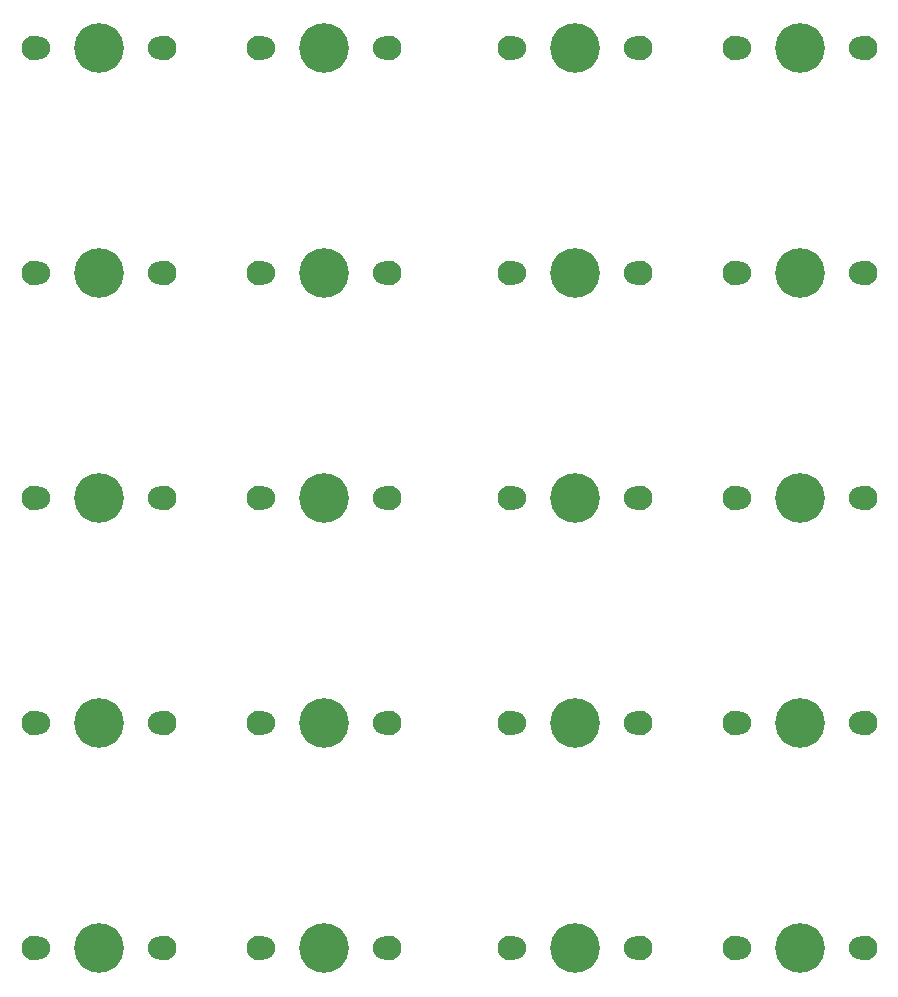
<source format=gts>
G04 #@! TF.GenerationSoftware,KiCad,Pcbnew,(5.1.2)-2*
G04 #@! TF.CreationDate,2020-05-16T23:41:00+09:00*
G04 #@! TF.ProjectId,______,e135d7ec-fcc8-42e6-9b69-6361645f7063,rev?*
G04 #@! TF.SameCoordinates,Original*
G04 #@! TF.FileFunction,Soldermask,Top*
G04 #@! TF.FilePolarity,Negative*
%FSLAX46Y46*%
G04 Gerber Fmt 4.6, Leading zero omitted, Abs format (unit mm)*
G04 Created by KiCad (PCBNEW (5.1.2)-2) date 2020-05-16 23:41:00*
%MOMM*%
%LPD*%
G04 APERTURE LIST*
%ADD10C,1.900000*%
%ADD11C,2.100000*%
%ADD12C,4.200000*%
G04 APERTURE END LIST*
D10*
X33630000Y65650000D03*
X23470000Y65650000D03*
D11*
X34050000Y65650000D03*
X23050000Y65650000D03*
D12*
X28550000Y65650000D03*
D10*
X33630000Y84700000D03*
X23470000Y84700000D03*
D11*
X34050000Y84700000D03*
X23050000Y84700000D03*
D12*
X28550000Y84700000D03*
D10*
X33630000Y46600000D03*
X23470000Y46600000D03*
D11*
X34050000Y46600000D03*
X23050000Y46600000D03*
D12*
X28550000Y46600000D03*
D10*
X14580000Y65650000D03*
X4420000Y65650000D03*
D11*
X15000000Y65650000D03*
X4000000Y65650000D03*
D12*
X9500000Y65650000D03*
D10*
X54880000Y46600000D03*
X44720000Y46600000D03*
D11*
X55300000Y46600000D03*
X44300000Y46600000D03*
D12*
X49800000Y46600000D03*
D10*
X33630000Y27550000D03*
X23470000Y27550000D03*
D11*
X34050000Y27550000D03*
X23050000Y27550000D03*
D12*
X28550000Y27550000D03*
D10*
X14580000Y46600000D03*
X4420000Y46600000D03*
D11*
X15000000Y46600000D03*
X4000000Y46600000D03*
D12*
X9500000Y46600000D03*
D10*
X54880000Y27550000D03*
X44720000Y27550000D03*
D11*
X55300000Y27550000D03*
X44300000Y27550000D03*
D12*
X49800000Y27550000D03*
D10*
X54880000Y84700000D03*
X44720000Y84700000D03*
D11*
X55300000Y84700000D03*
X44300000Y84700000D03*
D12*
X49800000Y84700000D03*
D10*
X54880000Y65650000D03*
X44720000Y65650000D03*
D11*
X55300000Y65650000D03*
X44300000Y65650000D03*
D12*
X49800000Y65650000D03*
D10*
X54880000Y8500000D03*
X44720000Y8500000D03*
D11*
X55300000Y8500000D03*
X44300000Y8500000D03*
D12*
X49800000Y8500000D03*
D10*
X73930000Y84700000D03*
X63770000Y84700000D03*
D11*
X74350000Y84700000D03*
X63350000Y84700000D03*
D12*
X68850000Y84700000D03*
D10*
X73930000Y65650000D03*
X63770000Y65650000D03*
D11*
X74350000Y65650000D03*
X63350000Y65650000D03*
D12*
X68850000Y65650000D03*
D10*
X73930000Y46600000D03*
X63770000Y46600000D03*
D11*
X74350000Y46600000D03*
X63350000Y46600000D03*
D12*
X68850000Y46600000D03*
D10*
X73930000Y27550000D03*
X63770000Y27550000D03*
D11*
X74350000Y27550000D03*
X63350000Y27550000D03*
D12*
X68850000Y27550000D03*
D10*
X73930000Y8500000D03*
X63770000Y8500000D03*
D11*
X74350000Y8500000D03*
X63350000Y8500000D03*
D12*
X68850000Y8500000D03*
D10*
X33630000Y8500000D03*
X23470000Y8500000D03*
D11*
X34050000Y8500000D03*
X23050000Y8500000D03*
D12*
X28550000Y8500000D03*
D10*
X14580000Y84700000D03*
X4420000Y84700000D03*
D11*
X15000000Y84700000D03*
X4000000Y84700000D03*
D12*
X9500000Y84700000D03*
D10*
X14580000Y27550000D03*
X4420000Y27550000D03*
D11*
X15000000Y27550000D03*
X4000000Y27550000D03*
D12*
X9500000Y27550000D03*
D10*
X14580000Y8500000D03*
X4420000Y8500000D03*
D11*
X15000000Y8500000D03*
X4000000Y8500000D03*
D12*
X9500000Y8500000D03*
M02*

</source>
